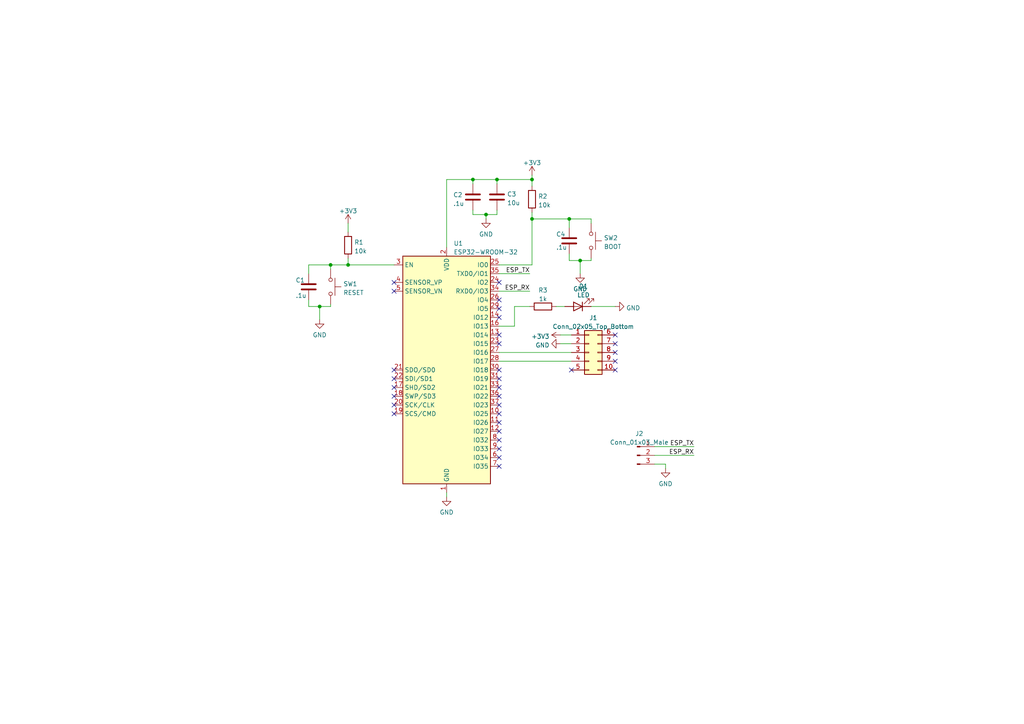
<source format=kicad_sch>
(kicad_sch (version 20211123) (generator eeschema)
  (paper "A4")
  (lib_symbols
    (symbol "Connector:Conn_01x03_Male" (pin_names (offset 1.016) hide)
      (property "Reference" "J" (at 0 5.08 0))
      (property "Value" "Conn_01x03_Male" (at 0 -5.08 0))
      (symbol "Conn_01x03_Male_1_1"
        (polyline (pts (xy 1.27 -2.54) (xy 0.8636 -2.54)) (stroke (width 0.1524)))
        (polyline (pts (xy 1.27 0) (xy 0.8636 0)) (stroke (width 0.1524)))
        (polyline (pts (xy 1.27 2.54) (xy 0.8636 2.54)) (stroke (width 0.1524)))
        (rectangle (start 0.8636 -2.413) (end 0 -2.667) (stroke (width 0.1524)) (fill (type outline)))
        (rectangle (start 0.8636 0.127) (end 0 -0.127) (stroke (width 0.1524)) (fill (type outline)))
        (rectangle (start 0.8636 2.667) (end 0 2.413) (stroke (width 0.1524)) (fill (type outline)))
        (pin passive line (at 5.08 2.54 180) (length 3.81) (name "Pin_1") (number "1"))
        (pin passive line (at 5.08 0 180) (length 3.81) (name "Pin_2") (number "2"))
        (pin passive line (at 5.08 -2.54 180) (length 3.81) (name "Pin_3") (number "3"))
      )
    )
    (symbol "Connector_Generic:Conn_02x05_Top_Bottom" (pin_names (offset 1.016) hide)
      (property "Reference" "J" (at 1.27 7.62 0))
      (property "Value" "Conn_02x05_Top_Bottom" (at 1.27 -7.62 0))
      (symbol "Conn_02x05_Top_Bottom_1_1"
        (rectangle (start -1.27 -4.953) (end 0 -5.207) (stroke (width 0.1524)))
        (rectangle (start -1.27 -2.413) (end 0 -2.667) (stroke (width 0.1524)))
        (rectangle (start -1.27 0.127) (end 0 -0.127) (stroke (width 0.1524)))
        (rectangle (start -1.27 2.667) (end 0 2.413) (stroke (width 0.1524)))
        (rectangle (start -1.27 5.207) (end 0 4.953) (stroke (width 0.1524)))
        (rectangle (start -1.27 6.35) (end 3.81 -6.35) (stroke (width 0.254)) (fill (type background)))
        (rectangle (start 3.81 -4.953) (end 2.54 -5.207) (stroke (width 0.1524)))
        (rectangle (start 3.81 -2.413) (end 2.54 -2.667) (stroke (width 0.1524)))
        (rectangle (start 3.81 0.127) (end 2.54 -0.127) (stroke (width 0.1524)))
        (rectangle (start 3.81 2.667) (end 2.54 2.413) (stroke (width 0.1524)))
        (rectangle (start 3.81 5.207) (end 2.54 4.953) (stroke (width 0.1524)))
        (pin passive line (at -5.08 5.08 0) (length 3.81) (name "Pin_1") (number "1"))
        (pin passive line (at 7.62 -5.08 180) (length 3.81) (name "Pin_10") (number "10"))
        (pin passive line (at -5.08 2.54 0) (length 3.81) (name "Pin_2") (number "2"))
        (pin passive line (at -5.08 0 0) (length 3.81) (name "Pin_3") (number "3"))
        (pin passive line (at -5.08 -2.54 0) (length 3.81) (name "Pin_4") (number "4"))
        (pin passive line (at -5.08 -5.08 0) (length 3.81) (name "Pin_5") (number "5"))
        (pin passive line (at 7.62 5.08 180) (length 3.81) (name "Pin_6") (number "6"))
        (pin passive line (at 7.62 2.54 180) (length 3.81) (name "Pin_7") (number "7"))
        (pin passive line (at 7.62 0 180) (length 3.81) (name "Pin_8") (number "8"))
        (pin passive line (at 7.62 -2.54 180) (length 3.81) (name "Pin_9") (number "9"))
      )
    )
    (symbol "Device:C" (pin_numbers hide) (pin_names (offset 0.254))
      (property "Reference" "C" (at 0.635 2.54 0))
      (property "Value" "C" (at 0.635 -2.54 0))
      (symbol "C_0_1"
        (polyline (pts (xy -2.032 -0.762) (xy 2.032 -0.762)) (stroke (width 0.508)))
        (polyline (pts (xy -2.032 0.762) (xy 2.032 0.762)) (stroke (width 0.508)))
      )
      (symbol "C_1_1"
        (pin passive line (at 0 3.81 270) (length 2.794) (name "~") (number "1"))
        (pin passive line (at 0 -3.81 90) (length 2.794) (name "~") (number "2"))
      )
    )
    (symbol "Device:LED" (pin_numbers hide) (pin_names (offset 1.016) hide)
      (property "Reference" "D" (at 0 2.54 0))
      (property "Value" "LED" (at 0 -2.54 0))
      (symbol "LED_0_1"
        (polyline (pts (xy -1.27 -1.27) (xy -1.27 1.27)) (stroke (width 0.254)))
        (polyline (pts (xy -1.27 0) (xy 1.27 0)))
        (polyline (pts (xy 1.27 -1.27) (xy 1.27 1.27) (xy -1.27 0) (xy 1.27 -1.27)) (stroke (width 0.254)))
        (polyline (pts (xy -3.048 -0.762) (xy -4.572 -2.286) (xy -3.81 -2.286) (xy -4.572 -2.286) (xy -4.572 -1.524)))
        (polyline (pts (xy -1.778 -0.762) (xy -3.302 -2.286) (xy -2.54 -2.286) (xy -3.302 -2.286) (xy -3.302 -1.524)))
      )
      (symbol "LED_1_1"
        (pin passive line (at -3.81 0 0) (length 2.54) (name "K") (number "1"))
        (pin passive line (at 3.81 0 180) (length 2.54) (name "A") (number "2"))
      )
    )
    (symbol "Device:R" (pin_numbers hide) (pin_names (offset 0))
      (property "Reference" "R" (at 2.032 0 90))
      (property "Value" "R" (at 0 0 90))
      (symbol "R_0_1"
        (rectangle (start -1.016 -2.54) (end 1.016 2.54) (stroke (width 0.254)))
      )
      (symbol "R_1_1"
        (pin passive line (at 0 3.81 270) (length 1.27) (name "~") (number "1"))
        (pin passive line (at 0 -3.81 90) (length 1.27) (name "~") (number "2"))
      )
    )
    (symbol "RF_Module:ESP32-WROOM-32"
      (property "Reference" "U" (at -12.7 34.29 0))
      (property "Value" "ESP32-WROOM-32" (at 1.27 34.29 0))
      (symbol "ESP32-WROOM-32_0_1"
        (rectangle (start -12.7 33.02) (end 12.7 -33.02) (stroke (width 0.254)) (fill (type background)))
      )
      (symbol "ESP32-WROOM-32_1_1"
        (pin power_in line (at 0 -35.56 90) (length 2.54) (name "GND") (number "1"))
        (pin bidirectional line (at 15.24 -12.7 180) (length 2.54) (name "IO25") (number "10"))
        (pin bidirectional line (at 15.24 -15.24 180) (length 2.54) (name "IO26") (number "11"))
        (pin bidirectional line (at 15.24 -17.78 180) (length 2.54) (name "IO27") (number "12"))
        (pin bidirectional line (at 15.24 10.16 180) (length 2.54) (name "IO14") (number "13"))
        (pin bidirectional line (at 15.24 15.24 180) (length 2.54) (name "IO12") (number "14"))
        (pin passive line (at 0 -35.56 90) (length 2.54) hide (name "GND") (number "15"))
        (pin bidirectional line (at 15.24 12.7 180) (length 2.54) (name "IO13") (number "16"))
        (pin bidirectional line (at -15.24 -5.08 0) (length 2.54) (name "SHD/SD2") (number "17"))
        (pin bidirectional line (at -15.24 -7.62 0) (length 2.54) (name "SWP/SD3") (number "18"))
        (pin bidirectional line (at -15.24 -12.7 0) (length 2.54) (name "SCS/CMD") (number "19"))
        (pin power_in line (at 0 35.56 270) (length 2.54) (name "VDD") (number "2"))
        (pin bidirectional line (at -15.24 -10.16 0) (length 2.54) (name "SCK/CLK") (number "20"))
        (pin bidirectional line (at -15.24 0 0) (length 2.54) (name "SDO/SD0") (number "21"))
        (pin bidirectional line (at -15.24 -2.54 0) (length 2.54) (name "SDI/SD1") (number "22"))
        (pin bidirectional line (at 15.24 7.62 180) (length 2.54) (name "IO15") (number "23"))
        (pin bidirectional line (at 15.24 25.4 180) (length 2.54) (name "IO2") (number "24"))
        (pin bidirectional line (at 15.24 30.48 180) (length 2.54) (name "IO0") (number "25"))
        (pin bidirectional line (at 15.24 20.32 180) (length 2.54) (name "IO4") (number "26"))
        (pin bidirectional line (at 15.24 5.08 180) (length 2.54) (name "IO16") (number "27"))
        (pin bidirectional line (at 15.24 2.54 180) (length 2.54) (name "IO17") (number "28"))
        (pin bidirectional line (at 15.24 17.78 180) (length 2.54) (name "IO5") (number "29"))
        (pin input line (at -15.24 30.48 0) (length 2.54) (name "EN") (number "3"))
        (pin bidirectional line (at 15.24 0 180) (length 2.54) (name "IO18") (number "30"))
        (pin bidirectional line (at 15.24 -2.54 180) (length 2.54) (name "IO19") (number "31"))
        (pin no_connect line (at -12.7 -27.94 0) (length 2.54) hide (name "NC") (number "32"))
        (pin bidirectional line (at 15.24 -5.08 180) (length 2.54) (name "IO21") (number "33"))
        (pin bidirectional line (at 15.24 22.86 180) (length 2.54) (name "RXD0/IO3") (number "34"))
        (pin bidirectional line (at 15.24 27.94 180) (length 2.54) (name "TXD0/IO1") (number "35"))
        (pin bidirectional line (at 15.24 -7.62 180) (length 2.54) (name "IO22") (number "36"))
        (pin bidirectional line (at 15.24 -10.16 180) (length 2.54) (name "IO23") (number "37"))
        (pin passive line (at 0 -35.56 90) (length 2.54) hide (name "GND") (number "38"))
        (pin passive line (at 0 -35.56 90) (length 2.54) hide (name "GND") (number "39"))
        (pin input line (at -15.24 25.4 0) (length 2.54) (name "SENSOR_VP") (number "4"))
        (pin input line (at -15.24 22.86 0) (length 2.54) (name "SENSOR_VN") (number "5"))
        (pin input line (at 15.24 -25.4 180) (length 2.54) (name "IO34") (number "6"))
        (pin input line (at 15.24 -27.94 180) (length 2.54) (name "IO35") (number "7"))
        (pin bidirectional line (at 15.24 -20.32 180) (length 2.54) (name "IO32") (number "8"))
        (pin bidirectional line (at 15.24 -22.86 180) (length 2.54) (name "IO33") (number "9"))
      )
    )
    (symbol "Switch:SW_Push" (pin_numbers hide) (pin_names (offset 1.016) hide)
      (property "Reference" "SW" (at 1.27 2.54 0))
      (property "Value" "SW_Push" (at 0 -1.524 0))
      (symbol "SW_Push_0_1"
        (circle (center -2.032 0) (radius 0.508))
        (polyline (pts (xy 0 1.27) (xy 0 3.048)))
        (polyline (pts (xy 2.54 1.27) (xy -2.54 1.27)))
        (circle (center 2.032 0) (radius 0.508))
        (pin passive line (at -5.08 0 0) (length 2.54) (name "1") (number "1"))
        (pin passive line (at 5.08 0 180) (length 2.54) (name "2") (number "2"))
      )
    )
    (symbol "power:+3V3" (power) (pin_names (offset 0))
      (property "Value" "+3V3" (at 0 3.556 0))
      (symbol "+3V3_0_1"
        (polyline (pts (xy -0.762 1.27) (xy 0 2.54)))
        (polyline (pts (xy 0 0) (xy 0 2.54)))
        (polyline (pts (xy 0 2.54) (xy 0.762 1.27)))
      )
      (symbol "+3V3_1_1"
        (pin power_in line (at 0 0 90) (length 0) hide (name "+3V3") (number "1"))
      )
    )
    (symbol "power:GND" (power) (pin_names (offset 0))
      (property "Value" "GND" (at 0 -3.81 0))
      (symbol "GND_0_1"
        (polyline (pts (xy 0 0) (xy 0 -1.27) (xy 1.27 -1.27) (xy 0 -2.54) (xy -1.27 -1.27) (xy 0 -1.27)))
      )
      (symbol "GND_1_1"
        (pin power_in line (at 0 0 270) (length 0) hide (name "GND") (number "1"))
      )
    )
  )
  (junction (at 95.885 76.835))
  (junction (at 168.275 75.565))
  (junction (at 140.97 62.23))
  (junction (at 154.305 52.07))
  (junction (at 137.16 52.07))
  (junction (at 154.305 63.5))
  (junction (at 100.965 76.835))
  (junction (at 165.1 63.5))
  (junction (at 144.145 52.07))
  (junction (at 92.71 88.9))
  (no_connect (at 114.3 81.915))
  (no_connect (at 114.3 84.455))
  (no_connect (at 114.3 109.855))
  (no_connect (at 114.3 120.015))
  (no_connect (at 144.78 107.315))
  (no_connect (at 144.78 109.855))
  (no_connect (at 144.78 114.935))
  (no_connect (at 144.78 112.395))
  (no_connect (at 114.3 112.395))
  (no_connect (at 114.3 114.935))
  (no_connect (at 114.3 117.475))
  (no_connect (at 114.3 107.315))
  (no_connect (at 144.78 120.015))
  (no_connect (at 144.78 125.095))
  (no_connect (at 144.78 117.475))
  (no_connect (at 144.78 122.555))
  (no_connect (at 144.78 127.635))
  (no_connect (at 144.78 130.175))
  (no_connect (at 144.78 132.715))
  (no_connect (at 144.78 135.255))
  (no_connect (at 144.78 99.695))
  (no_connect (at 144.78 97.155))
  (no_connect (at 144.78 92.075))
  (no_connect (at 144.78 81.915))
  (no_connect (at 144.78 86.995))
  (no_connect (at 144.78 89.535))
  (no_connect (at 178.435 97.155))
  (no_connect (at 165.735 107.315))
  (no_connect (at 178.435 104.775))
  (no_connect (at 178.435 102.235))
  (no_connect (at 178.435 99.695))
  (no_connect (at 178.435 107.315))
  (wire (pts (xy 162.56 99.695) (xy 165.735 99.695)))
  (wire (pts (xy 89.535 88.9) (xy 89.535 86.995)))
  (wire (pts (xy 144.145 62.23) (xy 144.145 60.96)))
  (wire (pts (xy 129.54 142.875) (xy 129.54 144.145)))
  (wire (pts (xy 144.145 52.07) (xy 154.305 52.07)))
  (wire (pts (xy 171.45 75.565) (xy 168.275 75.565)))
  (wire (pts (xy 144.78 104.775) (xy 165.735 104.775)))
  (wire (pts (xy 149.225 88.9) (xy 149.225 94.615)))
  (wire (pts (xy 137.16 60.96) (xy 137.16 62.23)))
  (wire (pts (xy 100.965 74.93) (xy 100.965 76.835)))
  (wire (pts (xy 95.885 88.9) (xy 92.71 88.9)))
  (wire (pts (xy 92.71 92.71) (xy 92.71 88.9)))
  (wire (pts (xy 154.305 76.835) (xy 154.305 63.5)))
  (wire (pts (xy 137.16 52.07) (xy 137.16 53.34)))
  (wire (pts (xy 144.145 52.07) (xy 144.145 53.34)))
  (wire (pts (xy 162.56 97.155) (xy 165.735 97.155)))
  (wire (pts (xy 171.45 63.5) (xy 171.45 64.77)))
  (wire (pts (xy 137.16 52.07) (xy 129.54 52.07)))
  (wire (pts (xy 154.305 61.595) (xy 154.305 63.5)))
  (wire (pts (xy 193.04 135.89) (xy 193.04 134.62)))
  (wire (pts (xy 144.78 84.455) (xy 153.67 84.455)))
  (wire (pts (xy 95.885 88.265) (xy 95.885 88.9)))
  (wire (pts (xy 168.275 75.565) (xy 165.1 75.565)))
  (wire (pts (xy 178.435 88.9) (xy 171.45 88.9)))
  (wire (pts (xy 140.97 62.23) (xy 144.145 62.23)))
  (wire (pts (xy 171.45 74.93) (xy 171.45 75.565)))
  (wire (pts (xy 189.865 129.54) (xy 201.295 129.54)))
  (wire (pts (xy 154.305 52.07) (xy 154.305 53.975)))
  (wire (pts (xy 89.535 79.375) (xy 89.535 76.835)))
  (wire (pts (xy 163.83 88.9) (xy 161.29 88.9)))
  (wire (pts (xy 144.78 76.835) (xy 154.305 76.835)))
  (wire (pts (xy 154.305 63.5) (xy 165.1 63.5)))
  (wire (pts (xy 95.885 76.835) (xy 100.965 76.835)))
  (wire (pts (xy 92.71 88.9) (xy 89.535 88.9)))
  (wire (pts (xy 144.78 102.235) (xy 165.735 102.235)))
  (wire (pts (xy 168.275 79.375) (xy 168.275 75.565)))
  (wire (pts (xy 193.04 134.62) (xy 189.865 134.62)))
  (wire (pts (xy 165.1 63.5) (xy 171.45 63.5)))
  (wire (pts (xy 129.54 52.07) (xy 129.54 71.755)))
  (wire (pts (xy 100.965 76.835) (xy 114.3 76.835)))
  (wire (pts (xy 89.535 76.835) (xy 95.885 76.835)))
  (wire (pts (xy 137.16 52.07) (xy 144.145 52.07)))
  (wire (pts (xy 189.865 132.08) (xy 201.295 132.08)))
  (wire (pts (xy 95.885 78.105) (xy 95.885 76.835)))
  (wire (pts (xy 154.305 50.8) (xy 154.305 52.07)))
  (wire (pts (xy 153.67 88.9) (xy 149.225 88.9)))
  (wire (pts (xy 100.965 64.77) (xy 100.965 67.31)))
  (wire (pts (xy 137.16 62.23) (xy 140.97 62.23)))
  (wire (pts (xy 149.225 94.615) (xy 144.78 94.615)))
  (wire (pts (xy 140.97 62.23) (xy 140.97 63.5)))
  (wire (pts (xy 144.78 79.375) (xy 153.67 79.375)))
  (wire (pts (xy 165.1 63.5) (xy 165.1 66.04)))
  (wire (pts (xy 165.1 75.565) (xy 165.1 73.66)))
  (label "ESP_RX" (at 201.295 132.08 180))
  (label "ESP_RX" (at 153.67 84.455 180))
  (label "ESP_TX" (at 201.295 129.54 180))
  (label "ESP_TX" (at 153.67 79.375 180))
  (symbol (lib_id "power:GND") (at 129.54 144.145 0) (unit 1)
    (property "Reference" "#PWR0106" (effects hide))
    (property "Value" "GND" (at 129.54 148.5884 0))
  )
  (symbol (lib_id "Device:R") (at 100.965 71.12 0) (unit 1)
    (property "Reference" "R1" (at 102.743 70.2853 0) (effects (justify left)))
    (property "Value" "10k" (at 102.743 72.8222 0) (effects (justify left)))
    (property "Footprint" "Resistor_SMD:R_0402_1005Metric" (effects hide))
    (property "LCSC" "C25744" (effects hide))
  )
  (symbol (lib_id "Connector:Conn_01x03_Male") (at 184.785 132.08 0) (unit 1)
    (property "Reference" "J2" (at 185.42 125.764 0))
    (property "Value" "Conn_01x03_Male" (at 185.42 128.3009 0))
    (property "Footprint" "Connector_PinSocket_2.54mm:PinSocket_1x03_P2.54mm_Vertical" (effects hide))
  )
  (symbol (lib_id "Device:R") (at 154.305 57.785 0) (unit 1)
    (property "Reference" "R2" (at 156.083 56.9503 0) (effects (justify left)))
    (property "Value" "10k" (at 156.083 59.4872 0) (effects (justify left)))
    (property "Footprint" "Resistor_SMD:R_0402_1005Metric" (effects hide))
    (property "LCSC" "C25744" (effects hide))
  )
  (symbol (lib_id "Device:C") (at 165.1 69.85 0) (unit 1)
    (property "Reference" "C4" (at 161.29 67.945 0) (effects (justify left)))
    (property "Value" ".1u" (at 161.29 71.755 0) (effects (justify left)))
    (property "Footprint" "Capacitor_SMD:C_0402_1005Metric" (effects hide))
  )
  (symbol (lib_id "Connector_Generic:Conn_02x05_Top_Bottom") (at 170.815 102.235 0) (unit 1)
    (property "Reference" "J1" (at 172.085 92.1852 0))
    (property "Value" "Conn_02x05_Top_Bottom" (at 172.085 94.7221 0))
    (property "Footprint" "Connector_PinSocket_2.54mm:PinSocket_2x05_P2.54mm_Vertical" (effects hide))
  )
  (symbol (lib_id "Device:LED") (at 167.64 88.9 180) (unit 1)
    (property "Reference" "D1" (at 169.2275 83.0412 0))
    (property "Value" "LED" (at 169.2275 85.5781 0))
    (property "Footprint" "LED_SMD:LED_0603_1608Metric" (effects hide))
    (property "LCSC" "C72041" (effects hide))
  )
  (symbol (lib_id "power:+3V3") (at 154.305 50.8 0) (unit 1)
    (property "Reference" "#PWR0108" (effects hide))
    (property "Value" "+3V3" (at 154.305 47.2242 0))
  )
  (symbol (lib_id "power:GND") (at 162.56 99.695 270) (unit 1)
    (property "Reference" "#PWR0103" (effects hide))
    (property "Value" "GND" (at 159.3851 100.1288 90) (effects (justify right)))
  )
  (symbol (lib_id "RF_Module:ESP32-WROOM-32") (at 129.54 107.315 0) (unit 1)
    (property "Reference" "U1" (at 131.5594 70.5952 0) (effects (justify left)))
    (property "Value" "ESP32-WROOM-32" (at 131.5594 73.1321 0) (effects (justify left)))
    (property "Footprint" "RF_Module:ESP32-WROOM-32" (effects hide))
    (property "Datasheet" "https://www.espressif.com/sites/default/files/documentation/esp32-wroom-32_datasheet_en.pdf" (effects hide))
  )
  (symbol (lib_id "power:GND") (at 92.71 92.71 0) (unit 1)
    (property "Reference" "#PWR0102" (effects hide))
    (property "Value" "GND" (at 92.71 97.1534 0))
  )
  (symbol (lib_id "power:GND") (at 140.97 63.5 0) (unit 1)
    (property "Reference" "#PWR0109" (effects hide))
    (property "Value" "GND" (at 140.97 67.9434 0))
  )
  (symbol (lib_id "power:GND") (at 168.275 79.375 0) (unit 1)
    (property "Reference" "#PWR0107" (effects hide))
    (property "Value" "GND" (at 168.275 83.8184 0))
  )
  (symbol (lib_id "Device:C") (at 144.145 57.15 0) (unit 1)
    (property "Reference" "C3" (at 147.066 56.3153 0) (effects (justify left)))
    (property "Value" "10u" (at 147.066 58.8522 0) (effects (justify left)))
    (property "Footprint" "Capacitor_SMD:C_0603_1608Metric" (effects hide))
  )
  (symbol (lib_id "Switch:SW_Push") (at 95.885 83.185 270) (unit 1)
    (property "Reference" "SW1" (at 99.568 82.3503 90) (effects (justify left)))
    (property "Value" "RESET" (at 99.568 84.8872 90) (effects (justify left)))
    (property "Footprint" "Button_Switch_SMD:SW_SPST_EVQQ2" (effects hide))
  )
  (symbol (lib_id "Device:C") (at 137.16 57.15 0) (unit 1)
    (property "Reference" "C2" (at 131.445 56.5181 0) (effects (justify left)))
    (property "Value" ".1u" (at 131.445 59.055 0) (effects (justify left)))
    (property "Footprint" "Capacitor_SMD:C_0402_1005Metric" (effects hide))
  )
  (symbol (lib_id "power:+3V3") (at 100.965 64.77 0) (unit 1)
    (property "Reference" "#PWR0101" (effects hide))
    (property "Value" "+3V3" (at 100.965 61.1942 0))
  )
  (symbol (lib_id "power:+3V3") (at 162.56 97.155 90) (unit 1)
    (property "Reference" "#PWR0104" (effects hide))
    (property "Value" "+3V3" (at 159.385 97.5888 90) (effects (justify left)))
  )
  (symbol (lib_id "power:GND") (at 178.435 88.9 90) (unit 1)
    (property "Reference" "#PWR0110" (effects hide))
    (property "Value" "GND" (at 181.61 89.3338 90) (effects (justify right)))
  )
  (symbol (lib_id "Switch:SW_Push") (at 171.45 69.85 270) (unit 1)
    (property "Reference" "SW2" (at 175.133 69.0153 90) (effects (justify left)))
    (property "Value" "BOOT" (at 175.133 71.5522 90) (effects (justify left)))
    (property "Footprint" "Button_Switch_SMD:SW_SPST_EVQQ2" (effects hide))
  )
  (symbol (lib_id "Device:C") (at 89.535 83.185 0) (unit 1)
    (property "Reference" "C1" (at 85.725 81.28 0) (effects (justify left)))
    (property "Value" ".1u" (at 85.725 85.725 0) (effects (justify left)))
    (property "Footprint" "Capacitor_SMD:C_0402_1005Metric" (effects hide))
  )
  (symbol (lib_id "Device:R") (at 157.48 88.9 90) (unit 1)
    (property "Reference" "R3" (at 157.48 84.1842 90))
    (property "Value" "1k" (at 157.48 86.7211 90))
    (property "Footprint" "Resistor_SMD:R_0402_1005Metric" (effects hide))
    (property "LCSC" "C11702" (effects hide))
  )
  (symbol (lib_id "power:GND") (at 193.04 135.89 0) (unit 1)
    (property "Reference" "#PWR0105" (effects hide))
    (property "Value" "GND" (at 193.04 140.3334 0))
  )
)
</source>
